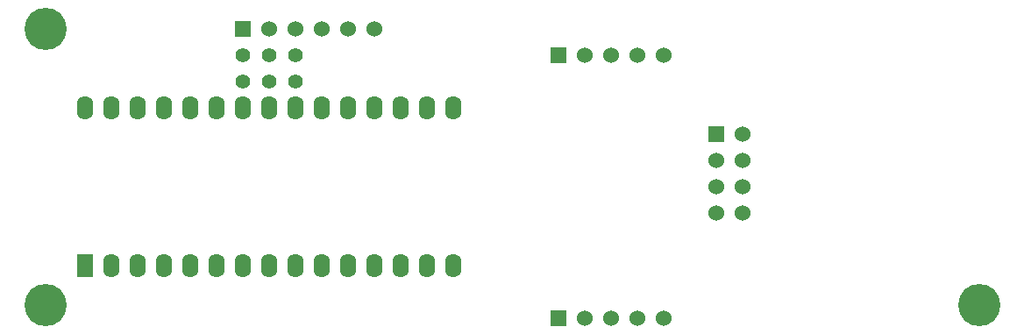
<source format=gts>
G04 (created by PCBNEW (2013-jul-07)-stable) date wo 25 sep 2013 09:33:20 CEST*
%MOIN*%
G04 Gerber Fmt 3.4, Leading zero omitted, Abs format*
%FSLAX34Y34*%
G01*
G70*
G90*
G04 APERTURE LIST*
%ADD10C,0.00590551*%
%ADD11C,0.055*%
%ADD12R,0.06X0.06*%
%ADD13C,0.06*%
%ADD14R,0.062X0.09*%
%ADD15O,0.062X0.09*%
%ADD16C,0.16*%
G04 APERTURE END LIST*
G54D10*
G54D11*
X26000Y-19500D03*
X26000Y-20500D03*
X27000Y-19500D03*
X27000Y-20500D03*
X28000Y-19500D03*
X28000Y-20500D03*
G54D12*
X38000Y-19500D03*
G54D13*
X39000Y-19500D03*
X40000Y-19500D03*
X41000Y-19500D03*
X42000Y-19500D03*
G54D12*
X38000Y-29500D03*
G54D13*
X39000Y-29500D03*
X40000Y-29500D03*
X41000Y-29500D03*
X42000Y-29500D03*
G54D12*
X44000Y-22500D03*
G54D13*
X45000Y-22500D03*
X44000Y-23500D03*
X45000Y-23500D03*
X44000Y-24500D03*
X45000Y-24500D03*
X44000Y-25500D03*
X45000Y-25500D03*
G54D12*
X26000Y-18500D03*
G54D13*
X27000Y-18500D03*
X28000Y-18500D03*
X29000Y-18500D03*
X30000Y-18500D03*
X31000Y-18500D03*
G54D14*
X20000Y-27500D03*
G54D15*
X21000Y-27500D03*
X22000Y-27500D03*
X23000Y-27500D03*
X24000Y-27500D03*
X25000Y-27500D03*
X26000Y-27500D03*
X27000Y-27500D03*
X28000Y-27500D03*
X29000Y-27500D03*
X30000Y-27500D03*
X31000Y-27500D03*
X32000Y-27500D03*
X33000Y-27500D03*
X34000Y-27500D03*
X34000Y-21500D03*
X33000Y-21500D03*
X32000Y-21500D03*
X31000Y-21500D03*
X30000Y-21500D03*
X29000Y-21500D03*
X28000Y-21500D03*
X27000Y-21500D03*
X26000Y-21500D03*
X25000Y-21500D03*
X24000Y-21500D03*
X23000Y-21500D03*
X22000Y-21500D03*
X21000Y-21500D03*
X20000Y-21500D03*
G54D16*
X54000Y-29000D03*
X18500Y-18500D03*
X18500Y-29000D03*
M02*

</source>
